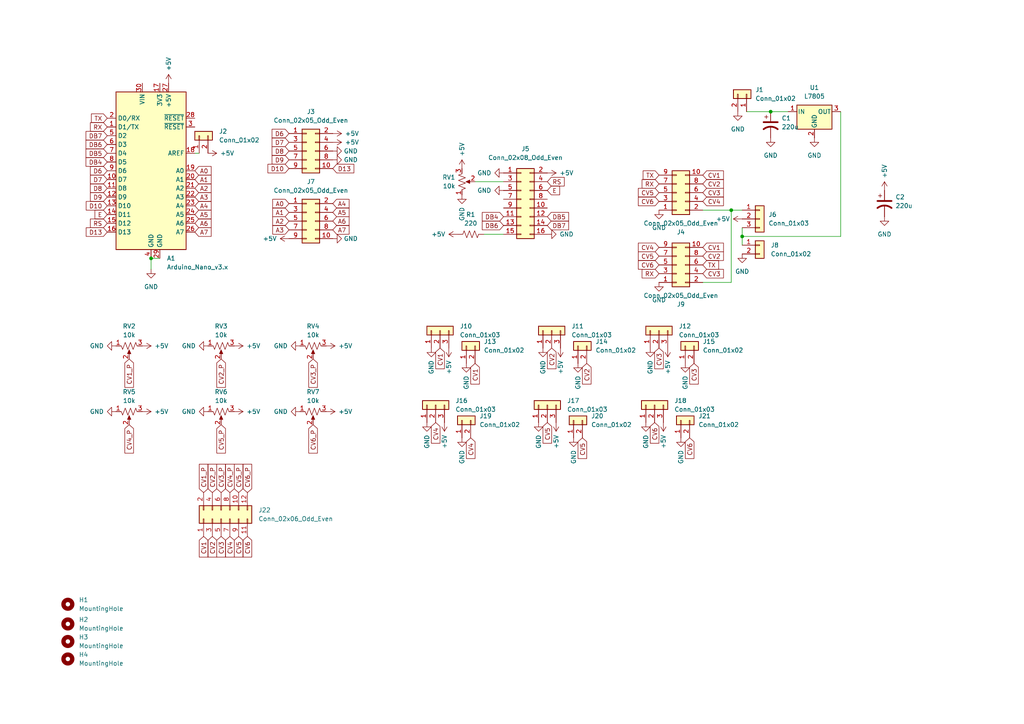
<source format=kicad_sch>
(kicad_sch (version 20211123) (generator eeschema)
  (paper "A4")
  (lib_symbols
    (symbol "Connector_Generic:Conn_01x02" (pin_names (offset 1.016) hide)
      (property "Reference" "J" (at 0 2.54 0))
      (property "Value" "Conn_01x02" (at 0 -5.08 0))
      (symbol "Conn_01x02_1_1"
        (rectangle (start -1.27 -2.413) (end 0 -2.667) (stroke (width 0.1524)))
        (rectangle (start -1.27 0.127) (end 0 -0.127) (stroke (width 0.1524)))
        (rectangle (start -1.27 1.27) (end 1.27 -3.81) (stroke (width 0.254)) (fill (type background)))
        (pin passive line (at -5.08 0 0) (length 3.81) (name "Pin_1") (number "1"))
        (pin passive line (at -5.08 -2.54 0) (length 3.81) (name "Pin_2") (number "2"))
      )
    )
    (symbol "Connector_Generic:Conn_01x03" (pin_names (offset 1.016) hide)
      (property "Reference" "J" (at 0 5.08 0))
      (property "Value" "Conn_01x03" (at 0 -5.08 0))
      (symbol "Conn_01x03_1_1"
        (rectangle (start -1.27 -2.413) (end 0 -2.667) (stroke (width 0.1524)))
        (rectangle (start -1.27 0.127) (end 0 -0.127) (stroke (width 0.1524)))
        (rectangle (start -1.27 2.667) (end 0 2.413) (stroke (width 0.1524)))
        (rectangle (start -1.27 3.81) (end 1.27 -3.81) (stroke (width 0.254)) (fill (type background)))
        (pin passive line (at -5.08 2.54 0) (length 3.81) (name "Pin_1") (number "1"))
        (pin passive line (at -5.08 0 0) (length 3.81) (name "Pin_2") (number "2"))
        (pin passive line (at -5.08 -2.54 0) (length 3.81) (name "Pin_3") (number "3"))
      )
    )
    (symbol "Connector_Generic:Conn_02x05_Odd_Even" (pin_names (offset 1.016) hide)
      (property "Reference" "J" (at 1.27 7.62 0))
      (property "Value" "Conn_02x05_Odd_Even" (at 1.27 -7.62 0))
      (symbol "Conn_02x05_Odd_Even_1_1"
        (rectangle (start -1.27 -4.953) (end 0 -5.207) (stroke (width 0.1524)))
        (rectangle (start -1.27 -2.413) (end 0 -2.667) (stroke (width 0.1524)))
        (rectangle (start -1.27 0.127) (end 0 -0.127) (stroke (width 0.1524)))
        (rectangle (start -1.27 2.667) (end 0 2.413) (stroke (width 0.1524)))
        (rectangle (start -1.27 5.207) (end 0 4.953) (stroke (width 0.1524)))
        (rectangle (start -1.27 6.35) (end 3.81 -6.35) (stroke (width 0.254)) (fill (type background)))
        (rectangle (start 3.81 -4.953) (end 2.54 -5.207) (stroke (width 0.1524)))
        (rectangle (start 3.81 -2.413) (end 2.54 -2.667) (stroke (width 0.1524)))
        (rectangle (start 3.81 0.127) (end 2.54 -0.127) (stroke (width 0.1524)))
        (rectangle (start 3.81 2.667) (end 2.54 2.413) (stroke (width 0.1524)))
        (rectangle (start 3.81 5.207) (end 2.54 4.953) (stroke (width 0.1524)))
        (pin passive line (at -5.08 5.08 0) (length 3.81) (name "Pin_1") (number "1"))
        (pin passive line (at 7.62 -5.08 180) (length 3.81) (name "Pin_10") (number "10"))
        (pin passive line (at 7.62 5.08 180) (length 3.81) (name "Pin_2") (number "2"))
        (pin passive line (at -5.08 2.54 0) (length 3.81) (name "Pin_3") (number "3"))
        (pin passive line (at 7.62 2.54 180) (length 3.81) (name "Pin_4") (number "4"))
        (pin passive line (at -5.08 0 0) (length 3.81) (name "Pin_5") (number "5"))
        (pin passive line (at 7.62 0 180) (length 3.81) (name "Pin_6") (number "6"))
        (pin passive line (at -5.08 -2.54 0) (length 3.81) (name "Pin_7") (number "7"))
        (pin passive line (at 7.62 -2.54 180) (length 3.81) (name "Pin_8") (number "8"))
        (pin passive line (at -5.08 -5.08 0) (length 3.81) (name "Pin_9") (number "9"))
      )
    )
    (symbol "Connector_Generic:Conn_02x06_Odd_Even" (pin_names (offset 1.016) hide)
      (property "Reference" "J" (at 1.27 7.62 0))
      (property "Value" "Conn_02x06_Odd_Even" (at 1.27 -10.16 0))
      (symbol "Conn_02x06_Odd_Even_1_1"
        (rectangle (start -1.27 -7.493) (end 0 -7.747) (stroke (width 0.1524)))
        (rectangle (start -1.27 -4.953) (end 0 -5.207) (stroke (width 0.1524)))
        (rectangle (start -1.27 -2.413) (end 0 -2.667) (stroke (width 0.1524)))
        (rectangle (start -1.27 0.127) (end 0 -0.127) (stroke (width 0.1524)))
        (rectangle (start -1.27 2.667) (end 0 2.413) (stroke (width 0.1524)))
        (rectangle (start -1.27 5.207) (end 0 4.953) (stroke (width 0.1524)))
        (rectangle (start -1.27 6.35) (end 3.81 -8.89) (stroke (width 0.254)) (fill (type background)))
        (rectangle (start 3.81 -7.493) (end 2.54 -7.747) (stroke (width 0.1524)))
        (rectangle (start 3.81 -4.953) (end 2.54 -5.207) (stroke (width 0.1524)))
        (rectangle (start 3.81 -2.413) (end 2.54 -2.667) (stroke (width 0.1524)))
        (rectangle (start 3.81 0.127) (end 2.54 -0.127) (stroke (width 0.1524)))
        (rectangle (start 3.81 2.667) (end 2.54 2.413) (stroke (width 0.1524)))
        (rectangle (start 3.81 5.207) (end 2.54 4.953) (stroke (width 0.1524)))
        (pin passive line (at -5.08 5.08 0) (length 3.81) (name "Pin_1") (number "1"))
        (pin passive line (at 7.62 -5.08 180) (length 3.81) (name "Pin_10") (number "10"))
        (pin passive line (at -5.08 -7.62 0) (length 3.81) (name "Pin_11") (number "11"))
        (pin passive line (at 7.62 -7.62 180) (length 3.81) (name "Pin_12") (number "12"))
        (pin passive line (at 7.62 5.08 180) (length 3.81) (name "Pin_2") (number "2"))
        (pin passive line (at -5.08 2.54 0) (length 3.81) (name "Pin_3") (number "3"))
        (pin passive line (at 7.62 2.54 180) (length 3.81) (name "Pin_4") (number "4"))
        (pin passive line (at -5.08 0 0) (length 3.81) (name "Pin_5") (number "5"))
        (pin passive line (at 7.62 0 180) (length 3.81) (name "Pin_6") (number "6"))
        (pin passive line (at -5.08 -2.54 0) (length 3.81) (name "Pin_7") (number "7"))
        (pin passive line (at 7.62 -2.54 180) (length 3.81) (name "Pin_8") (number "8"))
        (pin passive line (at -5.08 -5.08 0) (length 3.81) (name "Pin_9") (number "9"))
      )
    )
    (symbol "Connector_Generic:Conn_02x08_Odd_Even" (pin_names (offset 1.016) hide)
      (property "Reference" "J" (at 1.27 10.16 0))
      (property "Value" "Conn_02x08_Odd_Even" (at 1.27 -12.7 0))
      (symbol "Conn_02x08_Odd_Even_1_1"
        (rectangle (start -1.27 -10.033) (end 0 -10.287) (stroke (width 0.1524)))
        (rectangle (start -1.27 -7.493) (end 0 -7.747) (stroke (width 0.1524)))
        (rectangle (start -1.27 -4.953) (end 0 -5.207) (stroke (width 0.1524)))
        (rectangle (start -1.27 -2.413) (end 0 -2.667) (stroke (width 0.1524)))
        (rectangle (start -1.27 0.127) (end 0 -0.127) (stroke (width 0.1524)))
        (rectangle (start -1.27 2.667) (end 0 2.413) (stroke (width 0.1524)))
        (rectangle (start -1.27 5.207) (end 0 4.953) (stroke (width 0.1524)))
        (rectangle (start -1.27 7.747) (end 0 7.493) (stroke (width 0.1524)))
        (rectangle (start -1.27 8.89) (end 3.81 -11.43) (stroke (width 0.254)) (fill (type background)))
        (rectangle (start 3.81 -10.033) (end 2.54 -10.287) (stroke (width 0.1524)))
        (rectangle (start 3.81 -7.493) (end 2.54 -7.747) (stroke (width 0.1524)))
        (rectangle (start 3.81 -4.953) (end 2.54 -5.207) (stroke (width 0.1524)))
        (rectangle (start 3.81 -2.413) (end 2.54 -2.667) (stroke (width 0.1524)))
        (rectangle (start 3.81 0.127) (end 2.54 -0.127) (stroke (width 0.1524)))
        (rectangle (start 3.81 2.667) (end 2.54 2.413) (stroke (width 0.1524)))
        (rectangle (start 3.81 5.207) (end 2.54 4.953) (stroke (width 0.1524)))
        (rectangle (start 3.81 7.747) (end 2.54 7.493) (stroke (width 0.1524)))
        (pin passive line (at -5.08 7.62 0) (length 3.81) (name "Pin_1") (number "1"))
        (pin passive line (at 7.62 -2.54 180) (length 3.81) (name "Pin_10") (number "10"))
        (pin passive line (at -5.08 -5.08 0) (length 3.81) (name "Pin_11") (number "11"))
        (pin passive line (at 7.62 -5.08 180) (length 3.81) (name "Pin_12") (number "12"))
        (pin passive line (at -5.08 -7.62 0) (length 3.81) (name "Pin_13") (number "13"))
        (pin passive line (at 7.62 -7.62 180) (length 3.81) (name "Pin_14") (number "14"))
        (pin passive line (at -5.08 -10.16 0) (length 3.81) (name "Pin_15") (number "15"))
        (pin passive line (at 7.62 -10.16 180) (length 3.81) (name "Pin_16") (number "16"))
        (pin passive line (at 7.62 7.62 180) (length 3.81) (name "Pin_2") (number "2"))
        (pin passive line (at -5.08 5.08 0) (length 3.81) (name "Pin_3") (number "3"))
        (pin passive line (at 7.62 5.08 180) (length 3.81) (name "Pin_4") (number "4"))
        (pin passive line (at -5.08 2.54 0) (length 3.81) (name "Pin_5") (number "5"))
        (pin passive line (at 7.62 2.54 180) (length 3.81) (name "Pin_6") (number "6"))
        (pin passive line (at -5.08 0 0) (length 3.81) (name "Pin_7") (number "7"))
        (pin passive line (at 7.62 0 180) (length 3.81) (name "Pin_8") (number "8"))
        (pin passive line (at -5.08 -2.54 0) (length 3.81) (name "Pin_9") (number "9"))
      )
    )
    (symbol "Device:C_Polarized_US" (pin_numbers hide) (pin_names (offset 0.254) hide)
      (property "Reference" "C" (at 0.635 2.54 0))
      (property "Value" "C_Polarized_US" (at 0.635 -2.54 0))
      (symbol "C_Polarized_US_0_1"
        (polyline (pts (xy -2.032 0.762) (xy 2.032 0.762)) (stroke (width 0.508)))
        (polyline (pts (xy -1.778 2.286) (xy -0.762 2.286)))
        (polyline (pts (xy -1.27 1.778) (xy -1.27 2.794)))
        (arc (start 2.032 -1.27) (mid 0 -0.5572) (end -2.032 -1.27) (stroke (width 0.508)))
      )
      (symbol "C_Polarized_US_1_1"
        (pin passive line (at 0 3.81 270) (length 2.794) (name "~") (number "1"))
        (pin passive line (at 0 -3.81 90) (length 3.302) (name "~") (number "2"))
      )
    )
    (symbol "Device:R_Potentiometer_US" (pin_names (offset 1.016) hide)
      (property "Reference" "RV" (at -4.445 0 90))
      (property "Value" "R_Potentiometer_US" (at -2.54 0 90))
      (symbol "R_Potentiometer_US_0_1"
        (polyline (pts (xy 0 -2.286) (xy 0 -2.54)))
        (polyline (pts (xy 0 2.54) (xy 0 2.286)))
        (polyline (pts (xy 2.54 0) (xy 1.524 0)))
        (polyline (pts (xy 1.143 0) (xy 2.286 0.508) (xy 2.286 -0.508) (xy 1.143 0)) (fill (type outline)))
        (polyline (pts (xy 0 -0.762) (xy 1.016 -1.143) (xy 0 -1.524) (xy -1.016 -1.905) (xy 0 -2.286)))
        (polyline (pts (xy 0 0.762) (xy 1.016 0.381) (xy 0 0) (xy -1.016 -0.381) (xy 0 -0.762)))
        (polyline (pts (xy 0 2.286) (xy 1.016 1.905) (xy 0 1.524) (xy -1.016 1.143) (xy 0 0.762)))
      )
      (symbol "R_Potentiometer_US_1_1"
        (pin passive line (at 0 3.81 270) (length 1.27) (name "1") (number "1"))
        (pin passive line (at 3.81 0 180) (length 1.27) (name "2") (number "2"))
        (pin passive line (at 0 -3.81 90) (length 1.27) (name "3") (number "3"))
      )
    )
    (symbol "Device:R_US" (pin_numbers hide) (pin_names (offset 0))
      (property "Reference" "R" (at 2.54 0 90))
      (property "Value" "R_US" (at -2.54 0 90))
      (symbol "R_US_0_1"
        (polyline (pts (xy 0 -2.286) (xy 0 -2.54)))
        (polyline (pts (xy 0 2.286) (xy 0 2.54)))
        (polyline (pts (xy 0 -0.762) (xy 1.016 -1.143) (xy 0 -1.524) (xy -1.016 -1.905) (xy 0 -2.286)))
        (polyline (pts (xy 0 0.762) (xy 1.016 0.381) (xy 0 0) (xy -1.016 -0.381) (xy 0 -0.762)))
        (polyline (pts (xy 0 2.286) (xy 1.016 1.905) (xy 0 1.524) (xy -1.016 1.143) (xy 0 0.762)))
      )
      (symbol "R_US_1_1"
        (pin passive line (at 0 3.81 270) (length 1.27) (name "~") (number "1"))
        (pin passive line (at 0 -3.81 90) (length 1.27) (name "~") (number "2"))
      )
    )
    (symbol "MCU_Module:Arduino_Nano_v3.x"
      (property "Reference" "A" (at -10.16 23.495 0))
      (property "Value" "Arduino_Nano_v3.x" (at 5.08 -24.13 0))
      (symbol "Arduino_Nano_v3.x_0_1"
        (rectangle (start -10.16 22.86) (end 10.16 -22.86) (stroke (width 0.254)) (fill (type background)))
      )
      (symbol "Arduino_Nano_v3.x_1_1"
        (pin bidirectional line (at -12.7 12.7 0) (length 2.54) (name "D1/TX") (number "1"))
        (pin bidirectional line (at -12.7 -2.54 0) (length 2.54) (name "D7") (number "10"))
        (pin bidirectional line (at -12.7 -5.08 0) (length 2.54) (name "D8") (number "11"))
        (pin bidirectional line (at -12.7 -7.62 0) (length 2.54) (name "D9") (number "12"))
        (pin bidirectional line (at -12.7 -10.16 0) (length 2.54) (name "D10") (number "13"))
        (pin bidirectional line (at -12.7 -12.7 0) (length 2.54) (name "D11") (number "14"))
        (pin bidirectional line (at -12.7 -15.24 0) (length 2.54) (name "D12") (number "15"))
        (pin bidirectional line (at -12.7 -17.78 0) (length 2.54) (name "D13") (number "16"))
        (pin power_out line (at 2.54 25.4 270) (length 2.54) (name "3V3") (number "17"))
        (pin input line (at 12.7 5.08 180) (length 2.54) (name "AREF") (number "18"))
        (pin bidirectional line (at 12.7 0 180) (length 2.54) (name "A0") (number "19"))
        (pin bidirectional line (at -12.7 15.24 0) (length 2.54) (name "D0/RX") (number "2"))
        (pin bidirectional line (at 12.7 -2.54 180) (length 2.54) (name "A1") (number "20"))
        (pin bidirectional line (at 12.7 -5.08 180) (length 2.54) (name "A2") (number "21"))
        (pin bidirectional line (at 12.7 -7.62 180) (length 2.54) (name "A3") (number "22"))
        (pin bidirectional line (at 12.7 -10.16 180) (length 2.54) (name "A4") (number "23"))
        (pin bidirectional line (at 12.7 -12.7 180) (length 2.54) (name "A5") (number "24"))
        (pin bidirectional line (at 12.7 -15.24 180) (length 2.54) (name "A6") (number "25"))
        (pin bidirectional line (at 12.7 -17.78 180) (length 2.54) (name "A7") (number "26"))
        (pin power_out line (at 5.08 25.4 270) (length 2.54) (name "+5V") (number "27"))
        (pin input line (at 12.7 15.24 180) (length 2.54) (name "~{RESET}") (number "28"))
        (pin power_in line (at 2.54 -25.4 90) (length 2.54) (name "GND") (number "29"))
        (pin input line (at 12.7 12.7 180) (length 2.54) (name "~{RESET}") (number "3"))
        (pin power_in line (at -2.54 25.4 270) (length 2.54) (name "VIN") (number "30"))
        (pin power_in line (at 0 -25.4 90) (length 2.54) (name "GND") (number "4"))
        (pin bidirectional line (at -12.7 10.16 0) (length 2.54) (name "D2") (number "5"))
        (pin bidirectional line (at -12.7 7.62 0) (length 2.54) (name "D3") (number "6"))
        (pin bidirectional line (at -12.7 5.08 0) (length 2.54) (name "D4") (number "7"))
        (pin bidirectional line (at -12.7 2.54 0) (length 2.54) (name "D5") (number "8"))
        (pin bidirectional line (at -12.7 0 0) (length 2.54) (name "D6") (number "9"))
      )
    )
    (symbol "Mechanical:MountingHole" (pin_names (offset 1.016))
      (property "Reference" "H" (at 0 5.08 0))
      (property "Value" "MountingHole" (at 0 3.175 0))
      (symbol "MountingHole_0_1"
        (circle (center 0 0) (radius 1.27) (stroke (width 1.27)))
      )
    )
    (symbol "Regulator_Linear:L7805" (pin_names (offset 0.254))
      (property "Reference" "U" (at -3.81 3.175 0))
      (property "Value" "L7805" (at 0 3.175 0))
      (symbol "L7805_0_1"
        (rectangle (start -5.08 1.905) (end 5.08 -5.08) (stroke (width 0.254)) (fill (type background)))
      )
      (symbol "L7805_1_1"
        (pin power_in line (at -7.62 0 0) (length 2.54) (name "IN") (number "1"))
        (pin power_in line (at 0 -7.62 90) (length 2.54) (name "GND") (number "2"))
        (pin power_out line (at 7.62 0 180) (length 2.54) (name "OUT") (number "3"))
      )
    )
    (symbol "power:+5V" (power) (pin_names (offset 0))
      (property "Value" "+5V" (at 0 3.556 0))
      (symbol "+5V_0_1"
        (polyline (pts (xy -0.762 1.27) (xy 0 2.54)))
        (polyline (pts (xy 0 0) (xy 0 2.54)))
        (polyline (pts (xy 0 2.54) (xy 0.762 1.27)))
      )
      (symbol "+5V_1_1"
        (pin power_in line (at 0 0 90) (length 0) hide (name "+5V") (number "1"))
      )
    )
    (symbol "power:GND" (power) (pin_names (offset 0))
      (property "Value" "GND" (at 0 -3.81 0))
      (symbol "GND_0_1"
        (polyline (pts (xy 0 0) (xy 0 -1.27) (xy 1.27 -1.27) (xy 0 -2.54) (xy -1.27 -1.27) (xy 0 -1.27)))
      )
      (symbol "GND_1_1"
        (pin power_in line (at 0 0 270) (length 0) hide (name "GND") (number "1"))
      )
    )
  )
  (junction (at 212.09 60.96))
  (junction (at 215.265 68.58))
  (junction (at 223.52 32.385))
  (junction (at 43.815 74.93))
  (wire (pts (xy 212.09 60.96) (xy 215.265 60.96)))
  (wire (pts (xy 216.535 32.385) (xy 223.52 32.385)))
  (wire (pts (xy 215.265 66.04) (xy 215.265 68.58)))
  (wire (pts (xy 223.52 32.385) (xy 228.6 32.385)))
  (wire (pts (xy 212.09 81.915) (xy 212.09 60.96)))
  (wire (pts (xy 203.835 81.915) (xy 212.09 81.915)))
  (wire (pts (xy 243.84 32.385) (xy 243.84 68.58)))
  (wire (pts (xy 243.84 68.58) (xy 215.265 68.58)))
  (wire (pts (xy 137.795 52.705) (xy 146.05 52.705)))
  (wire (pts (xy 43.815 74.93) (xy 46.355 74.93)))
  (wire (pts (xy 43.815 74.93) (xy 43.815 78.105)))
  (wire (pts (xy 140.335 67.945) (xy 146.05 67.945)))
  (wire (pts (xy 215.265 68.58) (xy 215.265 71.12)))
  (wire (pts (xy 57.785 44.45) (xy 56.515 44.45)))
  (wire (pts (xy 203.835 60.96) (xy 212.09 60.96)))
  (global_label "CV5" (shape input) (at 69.215 155.575 270) (property "Intersheet References" "${INTERSHEET_REFS}" (effects hide)))
  (global_label "E" (shape input) (at 31.115 62.23 180) (property "Intersheet References" "${INTERSHEET_REFS}" (effects hide)))
  (global_label "DB7" (shape input) (at 31.115 39.37 180) (property "Intersheet References" "${INTERSHEET_REFS}" (effects hide)))
  (global_label "D9" (shape input) (at 31.115 57.15 180) (property "Intersheet References" "${INTERSHEET_REFS}" (effects hide)))
  (global_label "D8" (shape input) (at 83.82 43.815 180) (property "Intersheet References" "${INTERSHEET_REFS}" (effects hide)))
  (global_label "A2" (shape input) (at 56.515 54.61 0) (property "Intersheet References" "${INTERSHEET_REFS}" (effects hide)))
  (global_label "CV6" (shape input) (at 200.025 127 270) (property "Intersheet References" "${INTERSHEET_REFS}" (effects hide)))
  (global_label "CV4" (shape input) (at 203.835 58.42 0) (property "Intersheet References" "${INTERSHEET_REFS}" (effects hide)))
  (global_label "TX" (shape input) (at 191.135 50.8 180) (property "Intersheet References" "${INTERSHEET_REFS}" (effects hide)))
  (global_label "DB5" (shape input) (at 31.115 44.45 180) (property "Intersheet References" "${INTERSHEET_REFS}" (effects hide)))
  (global_label "CV2" (shape input) (at 61.595 155.575 270) (property "Intersheet References" "${INTERSHEET_REFS}" (effects hide)))
  (global_label "D7" (shape input) (at 31.115 52.07 180) (property "Intersheet References" "${INTERSHEET_REFS}" (effects hide)))
  (global_label "A1" (shape input) (at 83.82 61.595 180) (property "Intersheet References" "${INTERSHEET_REFS}" (effects hide)))
  (global_label "D8" (shape input) (at 31.115 54.61 180) (property "Intersheet References" "${INTERSHEET_REFS}" (effects hide)))
  (global_label "DB6" (shape input) (at 146.05 65.405 180) (property "Intersheet References" "${INTERSHEET_REFS}" (effects hide)))
  (global_label "CV6" (shape input) (at 189.865 122.555 270) (property "Intersheet References" "${INTERSHEET_REFS}" (effects hide)))
  (global_label "CV6" (shape input) (at 191.135 58.42 180) (property "Intersheet References" "${INTERSHEET_REFS}" (effects hide)))
  (global_label "A5" (shape input) (at 96.52 61.595 0) (property "Intersheet References" "${INTERSHEET_REFS}" (effects hide)))
  (global_label "CV2_P" (shape input) (at 61.595 142.875 90) (property "Intersheet References" "${INTERSHEET_REFS}" (effects hide)))
  (global_label "D13" (shape input) (at 31.115 67.31 180) (property "Intersheet References" "${INTERSHEET_REFS}" (effects hide)))
  (global_label "CV3" (shape input) (at 64.135 155.575 270) (property "Intersheet References" "${INTERSHEET_REFS}" (effects hide)))
  (global_label "CV2" (shape input) (at 160.02 100.965 270) (property "Intersheet References" "${INTERSHEET_REFS}" (effects hide)))
  (global_label "RS" (shape input) (at 31.115 64.77 180) (property "Intersheet References" "${INTERSHEET_REFS}" (effects hide)))
  (global_label "CV6_P" (shape input) (at 90.805 123.19 270) (property "Intersheet References" "${INTERSHEET_REFS}" (effects hide)))
  (global_label "CV3" (shape input) (at 191.135 100.965 270) (property "Intersheet References" "${INTERSHEET_REFS}" (effects hide)))
  (global_label "CV3" (shape input) (at 203.835 55.88 0) (property "Intersheet References" "${INTERSHEET_REFS}" (effects hide)))
  (global_label "CV5_P" (shape input) (at 69.215 142.875 90) (property "Intersheet References" "${INTERSHEET_REFS}" (effects hide)))
  (global_label "A7" (shape input) (at 56.515 67.31 0) (property "Intersheet References" "${INTERSHEET_REFS}" (effects hide)))
  (global_label "CV4_P" (shape input) (at 66.675 142.875 90) (property "Intersheet References" "${INTERSHEET_REFS}" (effects hide)))
  (global_label "E" (shape input) (at 158.75 55.245 0) (property "Intersheet References" "${INTERSHEET_REFS}" (effects hide)))
  (global_label "CV2" (shape input) (at 170.18 105.41 270) (property "Intersheet References" "${INTERSHEET_REFS}" (effects hide)))
  (global_label "D6" (shape input) (at 83.82 38.735 180) (property "Intersheet References" "${INTERSHEET_REFS}" (effects hide)))
  (global_label "DB4" (shape input) (at 31.115 46.99 180) (property "Intersheet References" "${INTERSHEET_REFS}" (effects hide)))
  (global_label "CV3_P" (shape input) (at 64.135 142.875 90) (property "Intersheet References" "${INTERSHEET_REFS}" (effects hide)))
  (global_label "CV5" (shape input) (at 191.135 55.88 180) (property "Intersheet References" "${INTERSHEET_REFS}" (effects hide)))
  (global_label "D13" (shape input) (at 96.52 48.895 0) (property "Intersheet References" "${INTERSHEET_REFS}" (effects hide)))
  (global_label "TX" (shape input) (at 203.835 76.835 0) (property "Intersheet References" "${INTERSHEET_REFS}" (effects hide)))
  (global_label "CV2" (shape input) (at 203.835 74.295 0) (property "Intersheet References" "${INTERSHEET_REFS}" (effects hide)))
  (global_label "RS" (shape input) (at 158.75 52.705 0) (property "Intersheet References" "${INTERSHEET_REFS}" (effects hide)))
  (global_label "RX" (shape input) (at 31.115 36.83 180) (property "Intersheet References" "${INTERSHEET_REFS}" (effects hide)))
  (global_label "CV4" (shape input) (at 66.675 155.575 270) (property "Intersheet References" "${INTERSHEET_REFS}" (effects hide)))
  (global_label "A1" (shape input) (at 56.515 52.07 0) (property "Intersheet References" "${INTERSHEET_REFS}" (effects hide)))
  (global_label "DB5" (shape input) (at 158.75 62.865 0) (property "Intersheet References" "${INTERSHEET_REFS}" (effects hide)))
  (global_label "CV3_P" (shape input) (at 90.805 104.14 270) (property "Intersheet References" "${INTERSHEET_REFS}" (effects hide)))
  (global_label "A6" (shape input) (at 56.515 64.77 0) (property "Intersheet References" "${INTERSHEET_REFS}" (effects hide)))
  (global_label "DB7" (shape input) (at 158.75 65.405 0) (property "Intersheet References" "${INTERSHEET_REFS}" (effects hide)))
  (global_label "A2" (shape input) (at 83.82 64.135 180) (property "Intersheet References" "${INTERSHEET_REFS}" (effects hide)))
  (global_label "CV2_P" (shape input) (at 64.135 104.14 270) (property "Intersheet References" "${INTERSHEET_REFS}" (effects hide)))
  (global_label "CV5" (shape input) (at 168.91 127 270) (property "Intersheet References" "${INTERSHEET_REFS}" (effects hide)))
  (global_label "A3" (shape input) (at 83.82 66.675 180) (property "Intersheet References" "${INTERSHEET_REFS}" (effects hide)))
  (global_label "DB6" (shape input) (at 31.115 41.91 180) (property "Intersheet References" "${INTERSHEET_REFS}" (effects hide)))
  (global_label "DB4" (shape input) (at 146.05 62.865 180) (property "Intersheet References" "${INTERSHEET_REFS}" (effects hide)))
  (global_label "A5" (shape input) (at 56.515 62.23 0) (property "Intersheet References" "${INTERSHEET_REFS}" (effects hide)))
  (global_label "CV4" (shape input) (at 136.525 127 270) (property "Intersheet References" "${INTERSHEET_REFS}" (effects hide)))
  (global_label "A4" (shape input) (at 56.515 59.69 0) (property "Intersheet References" "${INTERSHEET_REFS}" (effects hide)))
  (global_label "A0" (shape input) (at 56.515 49.53 0) (property "Intersheet References" "${INTERSHEET_REFS}" (effects hide)))
  (global_label "CV4" (shape input) (at 126.365 122.555 270) (property "Intersheet References" "${INTERSHEET_REFS}" (effects hide)))
  (global_label "CV1" (shape input) (at 127.635 100.965 270) (property "Intersheet References" "${INTERSHEET_REFS}" (effects hide)))
  (global_label "CV5_P" (shape input) (at 64.135 123.19 270) (property "Intersheet References" "${INTERSHEET_REFS}" (effects hide)))
  (global_label "RX" (shape input) (at 191.135 53.34 180) (property "Intersheet References" "${INTERSHEET_REFS}" (effects hide)))
  (global_label "CV6" (shape input) (at 191.135 76.835 180) (property "Intersheet References" "${INTERSHEET_REFS}" (effects hide)))
  (global_label "RX" (shape input) (at 191.135 79.375 180) (property "Intersheet References" "${INTERSHEET_REFS}" (effects hide)))
  (global_label "D7" (shape input) (at 83.82 41.275 180) (property "Intersheet References" "${INTERSHEET_REFS}" (effects hide)))
  (global_label "A6" (shape input) (at 96.52 64.135 0) (property "Intersheet References" "${INTERSHEET_REFS}" (effects hide)))
  (global_label "CV4" (shape input) (at 191.135 71.755 180) (property "Intersheet References" "${INTERSHEET_REFS}" (effects hide)))
  (global_label "CV6_P" (shape input) (at 71.755 142.875 90) (property "Intersheet References" "${INTERSHEET_REFS}" (effects hide)))
  (global_label "CV1" (shape input) (at 203.835 71.755 0) (property "Intersheet References" "${INTERSHEET_REFS}" (effects hide)))
  (global_label "CV1_P" (shape input) (at 59.055 142.875 90) (property "Intersheet References" "${INTERSHEET_REFS}" (effects hide)))
  (global_label "D10" (shape input) (at 83.82 48.895 180) (property "Intersheet References" "${INTERSHEET_REFS}" (effects hide)))
  (global_label "A7" (shape input) (at 96.52 66.675 0) (property "Intersheet References" "${INTERSHEET_REFS}" (effects hide)))
  (global_label "A3" (shape input) (at 56.515 57.15 0) (property "Intersheet References" "${INTERSHEET_REFS}" (effects hide)))
  (global_label "A0" (shape input) (at 83.82 59.055 180) (property "Intersheet References" "${INTERSHEET_REFS}" (effects hide)))
  (global_label "D10" (shape input) (at 31.115 59.69 180) (property "Intersheet References" "${INTERSHEET_REFS}" (effects hide)))
  (global_label "D6" (shape input) (at 31.115 49.53 180) (property "Intersheet References" "${INTERSHEET_REFS}" (effects hide)))
  (global_label "CV5" (shape input) (at 158.75 122.555 270) (property "Intersheet References" "${INTERSHEET_REFS}" (effects hide)))
  (global_label "TX" (shape input) (at 31.115 34.29 180) (property "Intersheet References" "${INTERSHEET_REFS}" (effects hide)))
  (global_label "CV1" (shape input) (at 137.795 105.41 270) (property "Intersheet References" "${INTERSHEET_REFS}" (effects hide)))
  (global_label "CV1" (shape input) (at 203.835 50.8 0) (property "Intersheet References" "${INTERSHEET_REFS}" (effects hide)))
  (global_label "CV6" (shape input) (at 71.755 155.575 270) (property "Intersheet References" "${INTERSHEET_REFS}" (effects hide)))
  (global_label "CV3" (shape input) (at 201.295 105.41 270) (property "Intersheet References" "${INTERSHEET_REFS}" (effects hide)))
  (global_label "CV1" (shape input) (at 59.055 155.575 270) (property "Intersheet References" "${INTERSHEET_REFS}" (effects hide)))
  (global_label "CV5" (shape input) (at 191.135 74.295 180) (property "Intersheet References" "${INTERSHEET_REFS}" (effects hide)))
  (global_label "CV3" (shape input) (at 203.835 79.375 0) (property "Intersheet References" "${INTERSHEET_REFS}" (effects hide)))
  (global_label "A4" (shape input) (at 96.52 59.055 0) (property "Intersheet References" "${INTERSHEET_REFS}" (effects hide)))
  (global_label "CV2" (shape input) (at 203.835 53.34 0) (property "Intersheet References" "${INTERSHEET_REFS}" (effects hide)))
  (global_label "CV4_P" (shape input) (at 37.465 123.19 270) (property "Intersheet References" "${INTERSHEET_REFS}" (effects hide)))
  (global_label "CV1_P" (shape input) (at 37.465 104.14 270) (property "Intersheet References" "${INTERSHEET_REFS}" (effects hide)))
  (global_label "D9" (shape input) (at 83.82 46.355 180) (property "Intersheet References" "${INTERSHEET_REFS}" (effects hide)))
  (symbol (lib_id "Mechanical:MountingHole") (at 19.685 175.26 0) (unit 1)
    (property "Reference" "H1" (at 22.86 173.9899 0) (effects (justify left)))
    (property "Value" "MountingHole" (at 22.86 176.5299 0) (effects (justify left)))
    (property "Footprint" "MountingHole:MountingHole_3.2mm_M3" (effects hide))
  )
  (symbol (lib_id "power:+5V") (at 67.945 100.33 270) (unit 1)
    (property "Reference" "#PWR029" (effects hide))
    (property "Value" "+5V" (at 75.565 100.33 90) (effects (justify right)))
  )
  (symbol (lib_id "power:+5V") (at 128.905 122.555 180) (unit 1)
    (property "Reference" "#PWR048" (effects hide))
    (property "Value" "+5V" (at 128.905 130.175 90) (effects (justify right)))
  )
  (symbol (lib_id "Connector_Generic:Conn_01x03") (at 127.635 95.885 90) (unit 1)
    (property "Reference" "J10" (at 133.35 94.6149 90) (effects (justify right)))
    (property "Value" "Conn_01x03" (at 133.35 97.1549 90) (effects (justify right)))
    (property "Footprint" "Connector_JST:JST_XH_B3B-XH-A_1x03_P2.50mm_Vertical" (effects hide))
  )
  (symbol (lib_id "power:GND") (at 43.815 78.105 0) (unit 1)
    (property "Reference" "#PWR024" (effects hide))
    (property "Value" "GND" (at 43.815 83.185 0))
  )
  (symbol (lib_id "power:+5V") (at 193.675 100.965 180) (unit 1)
    (property "Reference" "#PWR037" (effects hide))
    (property "Value" "+5V" (at 193.675 108.585 90) (effects (justify right)))
  )
  (symbol (lib_id "Device:R_Potentiometer_US") (at 64.135 100.33 90) (mirror x) (unit 1)
    (property "Reference" "RV3" (at 64.135 94.615 90))
    (property "Value" "10k" (at 64.135 97.155 90))
    (property "Footprint" "Potentiometer_THT:Potentiometer_Bourns_3386P_Vertical" (effects hide))
  )
  (symbol (lib_id "power:GND") (at 213.995 32.385 0) (unit 1)
    (property "Reference" "#PWR02" (effects hide))
    (property "Value" "GND" (at 213.995 37.465 0))
  )
  (symbol (lib_id "power:+5V") (at 94.615 100.33 270) (unit 1)
    (property "Reference" "#PWR031" (effects hide))
    (property "Value" "+5V" (at 102.235 100.33 90) (effects (justify right)))
  )
  (symbol (lib_id "power:GND") (at 157.48 100.965 0) (unit 1)
    (property "Reference" "#PWR034" (effects hide))
    (property "Value" "GND" (at 157.48 108.585 90) (effects (justify left)))
  )
  (symbol (lib_id "power:GND") (at 188.595 100.965 0) (unit 1)
    (property "Reference" "#PWR036" (effects hide))
    (property "Value" "GND" (at 188.595 108.585 90) (effects (justify left)))
  )
  (symbol (lib_id "power:GND") (at 146.05 55.245 270) (unit 1)
    (property "Reference" "#PWR013" (effects hide))
    (property "Value" "GND" (at 138.43 55.245 90) (effects (justify left)))
  )
  (symbol (lib_id "power:+5V") (at 67.945 119.38 270) (unit 1)
    (property "Reference" "#PWR044" (effects hide))
    (property "Value" "+5V" (at 75.565 119.38 90) (effects (justify right)))
  )
  (symbol (lib_id "Connector_Generic:Conn_01x02") (at 167.64 100.33 90) (unit 1)
    (property "Reference" "J14" (at 172.72 99.0599 90) (effects (justify right)))
    (property "Value" "Conn_01x02" (at 172.72 101.5999 90) (effects (justify right)))
    (property "Footprint" "Connector_JST:JST_XH_B2B-XH-A_1x02_P2.50mm_Vertical" (effects hide))
  )
  (symbol (lib_id "power:GND") (at 191.135 60.96 0) (unit 1)
    (property "Reference" "#PWR016" (effects hide))
    (property "Value" "GND" (at 191.135 66.04 0))
  )
  (symbol (lib_id "power:+5V") (at 132.715 67.945 90) (unit 1)
    (property "Reference" "#PWR019" (effects hide))
    (property "Value" "+5V" (at 125.095 67.945 90) (effects (justify right)))
  )
  (symbol (lib_id "Device:C_Polarized_US") (at 223.52 36.195 0) (unit 1)
    (property "Reference" "C1" (at 226.695 34.2899 0) (effects (justify left)))
    (property "Value" "220u" (at 226.695 36.8299 0) (effects (justify left)))
    (property "Footprint" "Capacitor_THT:CP_Radial_D10.0mm_P5.00mm" (effects hide))
  )
  (symbol (lib_id "power:GND") (at 156.21 122.555 0) (unit 1)
    (property "Reference" "#PWR049" (effects hide))
    (property "Value" "GND" (at 156.21 130.175 90) (effects (justify left)))
  )
  (symbol (lib_id "power:+5V") (at 130.175 100.965 180) (unit 1)
    (property "Reference" "#PWR033" (effects hide))
    (property "Value" "+5V" (at 130.175 108.585 90) (effects (justify right)))
  )
  (symbol (lib_id "power:GND") (at 86.995 119.38 270) (unit 1)
    (property "Reference" "#PWR045" (effects hide))
    (property "Value" "GND" (at 79.375 119.38 90) (effects (justify left)))
  )
  (symbol (lib_id "Connector_Generic:Conn_01x03") (at 126.365 117.475 90) (unit 1)
    (property "Reference" "J16" (at 132.08 116.2049 90) (effects (justify right)))
    (property "Value" "Conn_01x03" (at 132.08 118.7449 90) (effects (justify right)))
    (property "Footprint" "Connector_JST:JST_XH_B3B-XH-A_1x03_P2.50mm_Vertical" (effects hide))
  )
  (symbol (lib_id "power:+5V") (at 94.615 119.38 270) (unit 1)
    (property "Reference" "#PWR046" (effects hide))
    (property "Value" "+5V" (at 102.235 119.38 90) (effects (justify right)))
  )
  (symbol (lib_id "power:GND") (at 125.095 100.965 0) (unit 1)
    (property "Reference" "#PWR032" (effects hide))
    (property "Value" "GND" (at 125.095 108.585 90) (effects (justify left)))
  )
  (symbol (lib_id "Connector_Generic:Conn_01x03") (at 189.865 117.475 90) (unit 1)
    (property "Reference" "J18" (at 195.58 116.2049 90) (effects (justify right)))
    (property "Value" "Conn_01x03" (at 195.58 118.7449 90) (effects (justify right)))
    (property "Footprint" "Connector_JST:JST_XH_B3B-XH-A_1x03_P2.50mm_Vertical" (effects hide))
  )
  (symbol (lib_id "power:GND") (at 86.995 100.33 270) (unit 1)
    (property "Reference" "#PWR030" (effects hide))
    (property "Value" "GND" (at 79.375 100.33 90) (effects (justify left)))
  )
  (symbol (lib_id "power:+5V") (at 192.405 122.555 180) (unit 1)
    (property "Reference" "#PWR052" (effects hide))
    (property "Value" "+5V" (at 192.405 130.175 90) (effects (justify right)))
  )
  (symbol (lib_id "power:GND") (at 96.52 69.215 90) (unit 1)
    (property "Reference" "#PWR022" (effects hide))
    (property "Value" "GND" (at 99.695 69.2149 90) (effects (justify right)))
  )
  (symbol (lib_id "Connector_Generic:Conn_01x02") (at 57.785 39.37 90) (unit 1)
    (property "Reference" "J2" (at 63.5 38.0999 90) (effects (justify right)))
    (property "Value" "Conn_01x02" (at 63.5 40.6399 90) (effects (justify right)))
    (property "Footprint" "Connector_PinHeader_2.54mm:PinHeader_1x02_P2.54mm_Vertical" (effects hide))
  )
  (symbol (lib_id "power:GND") (at 215.265 73.66 0) (unit 1)
    (property "Reference" "#PWR023" (effects hide))
    (property "Value" "GND" (at 215.265 78.74 0))
  )
  (symbol (lib_id "Mechanical:MountingHole") (at 19.685 180.975 0) (unit 1)
    (property "Reference" "H2" (at 22.86 179.7049 0) (effects (justify left)))
    (property "Value" "MountingHole" (at 22.86 182.2449 0) (effects (justify left)))
    (property "Footprint" "MountingHole:MountingHole_3.2mm_M3" (effects hide))
  )
  (symbol (lib_id "Device:R_Potentiometer_US") (at 90.805 119.38 90) (mirror x) (unit 1)
    (property "Reference" "RV7" (at 90.805 113.665 90))
    (property "Value" "10k" (at 90.805 116.205 90))
    (property "Footprint" "Potentiometer_THT:Potentiometer_Bourns_3386P_Vertical" (effects hide))
  )
  (symbol (lib_id "power:GND") (at 96.52 43.815 90) (unit 1)
    (property "Reference" "#PWR07" (effects hide))
    (property "Value" "GND" (at 99.695 43.8149 90) (effects (justify right)))
  )
  (symbol (lib_id "power:GND") (at 236.22 40.005 0) (unit 1)
    (property "Reference" "#PWR05" (effects hide))
    (property "Value" "GND" (at 236.22 45.085 0))
  )
  (symbol (lib_id "power:GND") (at 198.755 105.41 0) (unit 1)
    (property "Reference" "#PWR040" (effects hide))
    (property "Value" "GND" (at 198.755 113.03 90) (effects (justify left)))
  )
  (symbol (lib_id "Device:R_Potentiometer_US") (at 133.985 52.705 0) (mirror x) (unit 1)
    (property "Reference" "RV1" (at 132.08 51.4349 0) (effects (justify right)))
    (property "Value" "10k" (at 132.08 53.9749 0) (effects (justify right)))
    (property "Footprint" "Potentiometer_THT:Potentiometer_Bourns_3386P_Vertical" (effects hide))
  )
  (symbol (lib_id "power:+5V") (at 41.275 100.33 270) (unit 1)
    (property "Reference" "#PWR027" (effects hide))
    (property "Value" "+5V" (at 48.895 100.33 90) (effects (justify right)))
  )
  (symbol (lib_id "MCU_Module:Arduino_Nano_v3.x") (at 43.815 49.53 0) (unit 1)
    (property "Reference" "A1" (at 48.3744 74.93 0) (effects (justify left)))
    (property "Value" "Arduino_Nano_v3.x" (at 48.3744 77.47 0) (effects (justify left)))
    (property "Footprint" "Module:Arduino_Nano" (effects hide))
    (property "Datasheet" "http://www.mouser.com/pdfdocs/Gravitech_Arduino_Nano3_0.pdf" (effects hide))
  )
  (symbol (lib_id "power:+5V") (at 60.325 44.45 270) (unit 1)
    (property "Reference" "#PWR08" (effects hide))
    (property "Value" "+5V" (at 67.945 44.45 90) (effects (justify right)))
  )
  (symbol (lib_id "power:+5V") (at 48.895 24.13 0) (unit 1)
    (property "Reference" "#PWR01" (effects hide))
    (property "Value" "+5V" (at 48.895 16.51 90) (effects (justify right)))
  )
  (symbol (lib_id "power:GND") (at 123.825 122.555 0) (unit 1)
    (property "Reference" "#PWR047" (effects hide))
    (property "Value" "GND" (at 123.825 130.175 90) (effects (justify left)))
  )
  (symbol (lib_id "power:GND") (at 167.64 105.41 0) (unit 1)
    (property "Reference" "#PWR039" (effects hide))
    (property "Value" "GND" (at 167.64 113.03 90) (effects (justify left)))
  )
  (symbol (lib_id "Connector_Generic:Conn_01x03") (at 220.345 63.5 0) (unit 1)
    (property "Reference" "J6" (at 222.885 62.2299 0) (effects (justify left)))
    (property "Value" "Conn_01x03" (at 222.885 64.7699 0) (effects (justify left)))
    (property "Footprint" "Connector_PinHeader_2.54mm:PinHeader_1x03_P2.54mm_Vertical" (effects hide))
  )
  (symbol (lib_id "Connector_Generic:Conn_02x05_Odd_Even") (at 196.215 76.835 0) (mirror x) (unit 1)
    (property "Reference" "J9" (at 197.485 88.265 0))
    (property "Value" "Conn_02x05_Odd_Even" (at 197.485 85.725 0))
    (property "Footprint" "Connector_IDC:IDC-Header_2x05_P2.54mm_Vertical" (effects hide))
  )
  (symbol (lib_id "power:+5V") (at 96.52 41.275 270) (unit 1)
    (property "Reference" "#PWR06" (effects hide))
    (property "Value" "+5V" (at 104.14 41.275 90) (effects (justify right)))
  )
  (symbol (lib_id "Connector_Generic:Conn_02x06_Odd_Even") (at 64.135 150.495 90) (unit 1)
    (property "Reference" "J22" (at 74.93 147.9549 90) (effects (justify right)))
    (property "Value" "Conn_02x06_Odd_Even" (at 74.93 150.4949 90) (effects (justify right)))
    (property "Footprint" "Connector_PinHeader_2.54mm:PinHeader_2x06_P2.54mm_Vertical" (effects hide))
  )
  (symbol (lib_id "Connector_Generic:Conn_01x03") (at 160.02 95.885 90) (unit 1)
    (property "Reference" "J11" (at 165.735 94.6149 90) (effects (justify right)))
    (property "Value" "Conn_01x03" (at 165.735 97.1549 90) (effects (justify right)))
    (property "Footprint" "Connector_JST:JST_XH_B3B-XH-A_1x03_P2.50mm_Vertical" (effects hide))
  )
  (symbol (lib_id "power:GND") (at 256.54 62.865 0) (unit 1)
    (property "Reference" "#PWR017" (effects hide))
    (property "Value" "GND" (at 256.54 67.945 0))
  )
  (symbol (lib_id "power:+5V") (at 215.265 63.5 90) (unit 1)
    (property "Reference" "#PWR018" (effects hide))
    (property "Value" "+5V" (at 207.645 63.5 90) (effects (justify right)))
  )
  (symbol (lib_id "Device:R_Potentiometer_US") (at 37.465 100.33 90) (mirror x) (unit 1)
    (property "Reference" "RV2" (at 37.465 94.615 90))
    (property "Value" "10k" (at 37.465 97.155 90))
    (property "Footprint" "Potentiometer_THT:Potentiometer_Bourns_3386P_Vertical" (effects hide))
  )
  (symbol (lib_id "power:+5V") (at 162.56 100.965 180) (unit 1)
    (property "Reference" "#PWR035" (effects hide))
    (property "Value" "+5V" (at 162.56 108.585 90) (effects (justify right)))
  )
  (symbol (lib_id "power:GND") (at 197.485 127 0) (unit 1)
    (property "Reference" "#PWR055" (effects hide))
    (property "Value" "GND" (at 197.485 134.62 90) (effects (justify left)))
  )
  (symbol (lib_id "Device:R_Potentiometer_US") (at 37.465 119.38 90) (mirror x) (unit 1)
    (property "Reference" "RV5" (at 37.465 113.665 90))
    (property "Value" "10k" (at 37.465 116.205 90))
    (property "Footprint" "Potentiometer_THT:Potentiometer_Bourns_3386P_Vertical" (effects hide))
  )
  (symbol (lib_id "power:+5V") (at 161.29 122.555 180) (unit 1)
    (property "Reference" "#PWR050" (effects hide))
    (property "Value" "+5V" (at 161.29 130.175 90) (effects (justify right)))
  )
  (symbol (lib_id "power:GND") (at 223.52 40.005 0) (unit 1)
    (property "Reference" "#PWR04" (effects hide))
    (property "Value" "GND" (at 223.52 45.085 0))
  )
  (symbol (lib_id "power:+5V") (at 41.275 119.38 270) (unit 1)
    (property "Reference" "#PWR042" (effects hide))
    (property "Value" "+5V" (at 48.895 119.38 90) (effects (justify right)))
  )
  (symbol (lib_id "power:GND") (at 158.75 67.945 90) (unit 1)
    (property "Reference" "#PWR020" (effects hide))
    (property "Value" "GND" (at 166.37 67.945 90) (effects (justify left)))
  )
  (symbol (lib_id "Mechanical:MountingHole") (at 19.685 191.135 0) (unit 1)
    (property "Reference" "H4" (at 22.86 189.8649 0) (effects (justify left)))
    (property "Value" "MountingHole" (at 22.86 192.4049 0) (effects (justify left)))
    (property "Footprint" "MountingHole:MountingHole_3.2mm_M3" (effects hide))
  )
  (symbol (lib_id "power:+5V") (at 133.985 48.895 0) (unit 1)
    (property "Reference" "#PWR010" (effects hide))
    (property "Value" "+5V" (at 133.985 41.275 90) (effects (justify right)))
  )
  (symbol (lib_id "power:GND") (at 33.655 100.33 270) (unit 1)
    (property "Reference" "#PWR026" (effects hide))
    (property "Value" "GND" (at 26.035 100.33 90) (effects (justify left)))
  )
  (symbol (lib_id "Device:R_US") (at 136.525 67.945 90) (unit 1)
    (property "Reference" "R1" (at 136.525 62.23 90))
    (property "Value" "220" (at 136.525 64.77 90))
    (property "Footprint" "Resistor_THT:R_Axial_DIN0207_L6.3mm_D2.5mm_P10.16mm_Horizontal" (effects hide))
  )
  (symbol (lib_id "power:GND") (at 96.52 46.355 90) (unit 1)
    (property "Reference" "#PWR09" (effects hide))
    (property "Value" "GND" (at 99.695 46.3549 90) (effects (justify right)))
  )
  (symbol (lib_id "Regulator_Linear:L7805") (at 236.22 32.385 0) (unit 1)
    (property "Reference" "U1" (at 236.22 25.4 0))
    (property "Value" "L7805" (at 236.22 27.94 0))
    (property "Footprint" "Package_TO_SOT_THT:TO-220-3_Horizontal_TabDown" (effects hide))
    (property "Datasheet" "http://www.st.com/content/ccc/resource/technical/document/datasheet/41/4f/b3/b0/12/d4/47/88/CD00000444.pdf/files/CD00000444.pdf/jcr:content/translations/en.CD00000444.pdf" (effects hide))
  )
  (symbol (lib_id "Connector_Generic:Conn_01x02") (at 166.37 121.92 90) (unit 1)
    (property "Reference" "J20" (at 171.45 120.6499 90) (effects (justify right)))
    (property "Value" "Conn_01x02" (at 171.45 123.1899 90) (effects (justify right)))
    (property "Footprint" "Connector_JST:JST_XH_B2B-XH-A_1x02_P2.50mm_Vertical" (effects hide))
  )
  (symbol (lib_id "power:GND") (at 166.37 127 0) (unit 1)
    (property "Reference" "#PWR054" (effects hide))
    (property "Value" "GND" (at 166.37 134.62 90) (effects (justify left)))
  )
  (symbol (lib_id "power:GND") (at 187.325 122.555 0) (unit 1)
    (property "Reference" "#PWR051" (effects hide))
    (property "Value" "GND" (at 187.325 130.175 90) (effects (justify left)))
  )
  (symbol (lib_id "Device:R_Potentiometer_US") (at 90.805 100.33 90) (mirror x) (unit 1)
    (property "Reference" "RV4" (at 90.805 94.615 90))
    (property "Value" "10k" (at 90.805 97.155 90))
    (property "Footprint" "Potentiometer_THT:Potentiometer_Bourns_3386P_Vertical" (effects hide))
  )
  (symbol (lib_id "power:GND") (at 146.05 50.165 270) (unit 1)
    (property "Reference" "#PWR011" (effects hide))
    (property "Value" "GND" (at 138.43 50.165 90) (effects (justify left)))
  )
  (symbol (lib_id "Connector_Generic:Conn_02x05_Odd_Even") (at 88.9 64.135 0) (unit 1)
    (property "Reference" "J7" (at 90.17 52.705 0))
    (property "Value" "Conn_02x05_Odd_Even" (at 90.17 55.245 0))
    (property "Footprint" "Connector_PinHeader_2.54mm:PinHeader_2x05_P2.54mm_Vertical" (effects hide))
  )
  (symbol (lib_id "Connector_Generic:Conn_01x02") (at 220.345 71.12 0) (unit 1)
    (property "Reference" "J8" (at 223.52 71.1199 0) (effects (justify left)))
    (property "Value" "Conn_01x02" (at 223.52 73.6599 0) (effects (justify left)))
    (property "Footprint" "Connector_JST:JST_XH_B2B-XH-A_1x02_P2.50mm_Vertical" (effects hide))
  )
  (symbol (lib_id "Connector_Generic:Conn_02x08_Odd_Even") (at 151.13 57.785 0) (unit 1)
    (property "Reference" "J5" (at 152.4 43.18 0))
    (property "Value" "Conn_02x08_Odd_Even" (at 152.4 45.72 0))
    (property "Footprint" "Connector_IDC:IDC-Header_2x08_P2.54mm_Vertical" (effects hide))
  )
  (symbol (lib_id "power:+5V") (at 158.75 50.165 270) (unit 1)
    (property "Reference" "#PWR012" (effects hide))
    (property "Value" "+5V" (at 166.37 50.165 90) (effects (justify right)))
  )
  (symbol (lib_id "Connector_Generic:Conn_01x02") (at 133.985 121.92 90) (unit 1)
    (property "Reference" "J19" (at 139.065 120.6499 90) (effects (justify right)))
    (property "Value" "Conn_01x02" (at 139.065 123.1899 90) (effects (justify right)))
    (property "Footprint" "Connector_JST:JST_XH_B2B-XH-A_1x02_P2.50mm_Vertical" (effects hide))
  )
  (symbol (lib_id "Device:R_Potentiometer_US") (at 64.135 119.38 90) (mirror x) (unit 1)
    (property "Reference" "RV6" (at 64.135 113.665 90))
    (property "Value" "10k" (at 64.135 116.205 90))
    (property "Footprint" "Potentiometer_THT:Potentiometer_Bourns_3386P_Vertical" (effects hide))
  )
  (symbol (lib_id "power:+5V") (at 83.82 69.215 90) (unit 1)
    (property "Reference" "#PWR021" (effects hide))
    (property "Value" "+5V" (at 76.2 69.215 90) (effects (justify right)))
  )
  (symbol (lib_id "Device:C_Polarized_US") (at 256.54 59.055 0) (unit 1)
    (property "Reference" "C2" (at 259.715 57.1499 0) (effects (justify left)))
    (property "Value" "220u" (at 259.715 59.6899 0) (effects (justify left)))
    (property "Footprint" "Capacitor_THT:CP_Radial_D10.0mm_P5.00mm" (effects hide))
  )
  (symbol (lib_id "power:GND") (at 191.135 81.915 0) (unit 1)
    (property "Reference" "#PWR025" (effects hide))
    (property "Value" "GND" (at 191.135 86.995 0))
  )
  (symbol (lib_id "power:+5V") (at 96.52 38.735 270) (unit 1)
    (property "Reference" "#PWR03" (effects hide))
    (property "Value" "+5V" (at 104.14 38.735 90) (effects (justify right)))
  )
  (symbol (lib_id "Mechanical:MountingHole") (at 19.685 186.055 0) (unit 1)
    (property "Reference" "H3" (at 22.86 184.7849 0) (effects (justify left)))
    (property "Value" "MountingHole" (at 22.86 187.3249 0) (effects (justify left)))
    (property "Footprint" "MountingHole:MountingHole_3.2mm_M3" (effects hide))
  )
  (symbol (lib_id "Connector_Generic:Conn_01x03") (at 158.75 117.475 90) (unit 1)
    (property "Reference" "J17" (at 164.465 116.2049 90) (effects (justify right)))
    (property "Value" "Conn_01x03" (at 164.465 118.7449 90) (effects (justify right)))
    (property "Footprint" "Connector_JST:JST_XH_B3B-XH-A_1x03_P2.50mm_Vertical" (effects hide))
  )
  (symbol (lib_id "power:GND") (at 60.325 119.38 270) (unit 1)
    (property "Reference" "#PWR043" (effects hide))
    (property "Value" "GND" (at 52.705 119.38 90) (effects (justify left)))
  )
  (symbol (lib_id "power:GND") (at 133.985 56.515 0) (unit 1)
    (property "Reference" "#PWR015" (effects hide))
    (property "Value" "GND" (at 133.985 64.135 90) (effects (justify left)))
  )
  (symbol (lib_id "power:GND") (at 133.985 127 0) (unit 1)
    (property "Reference" "#PWR053" (effects hide))
    (property "Value" "GND" (at 133.985 134.62 90) (effects (justify left)))
  )
  (symbol (lib_id "Connector_Generic:Conn_01x02") (at 216.535 27.305 270) (mirror x) (unit 1)
    (property "Reference" "J1" (at 219.075 26.0349 90) (effects (justify left)))
    (property "Value" "Conn_01x02" (at 219.075 28.5749 90) (effects (justify left)))
    (property "Footprint" "Connector_JST:JST_XH_B2B-XH-A_1x02_P2.50mm_Vertical" (effects hide))
  )
  (symbol (lib_id "Connector_Generic:Conn_02x05_Odd_Even") (at 196.215 55.88 0) (mirror x) (unit 1)
    (property "Reference" "J4" (at 197.485 67.31 0))
    (property "Value" "Conn_02x05_Odd_Even" (at 197.485 64.77 0))
    (property "Footprint" "Connector_IDC:IDC-Header_2x05_P2.54mm_Vertical" (effects hide))
  )
  (symbol (lib_id "Connector_Generic:Conn_02x05_Odd_Even") (at 88.9 43.815 0) (unit 1)
    (property "Reference" "J3" (at 90.17 32.385 0))
    (property "Value" "Conn_02x05_Odd_Even" (at 90.17 34.925 0))
    (property "Footprint" "Connector_PinHeader_2.54mm:PinHeader_2x05_P2.54mm_Vertical" (effects hide))
  )
  (symbol (lib_id "power:+5V") (at 256.54 55.245 0) (unit 1)
    (property "Reference" "#PWR014" (effects hide))
    (property "Value" "+5V" (at 256.54 47.625 90) (effects (justify right)))
  )
  (symbol (lib_id "power:GND") (at 60.325 100.33 270) (unit 1)
    (property "Reference" "#PWR028" (effects hide))
    (property "Value" "GND" (at 52.705 100.33 90) (effects (justify left)))
  )
  (symbol (lib_id "power:GND") (at 135.255 105.41 0) (unit 1)
    (property "Reference" "#PWR038" (effects hide))
    (property "Value" "GND" (at 135.255 113.03 90) (effects (justify left)))
  )
  (symbol (lib_id "power:GND") (at 33.655 119.38 270) (unit 1)
    (property "Reference" "#PWR041" (effects hide))
    (property "Value" "GND" (at 26.035 119.38 90) (effects (justify left)))
  )
  (symbol (lib_id "Connector_Generic:Conn_01x02") (at 135.255 100.33 90) (unit 1)
    (property "Reference" "J13" (at 140.335 99.0599 90) (effects (justify right)))
    (property "Value" "Conn_01x02" (at 140.335 101.5999 90) (effects (justify right)))
    (property "Footprint" "Connector_JST:JST_XH_B2B-XH-A_1x02_P2.50mm_Vertical" (effects hide))
  )
  (symbol (lib_id "Connector_Generic:Conn_01x02") (at 198.755 100.33 90) (unit 1)
    (property "Reference" "J15" (at 203.835 99.0599 90) (effects (justify right)))
    (property "Value" "Conn_01x02" (at 203.835 101.5999 90) (effects (justify right)))
    (property "Footprint" "Connector_JST:JST_XH_B2B-XH-A_1x02_P2.50mm_Vertical" (effects hide))
  )
  (symbol (lib_id "Connector_Generic:Conn_01x03") (at 191.135 95.885 90) (unit 1)
    (property "Reference" "J12" (at 196.85 94.6149 90) (effects (justify right)))
    (property "Value" "Conn_01x03" (at 196.85 97.1549 90) (effects (justify right)))
    (property "Footprint" "Connector_JST:JST_XH_B3B-XH-A_1x03_P2.50mm_Vertical" (effects hide))
  )
  (symbol (lib_id "Connector_Generic:Conn_01x02") (at 197.485 121.92 90) (unit 1)
    (property "Reference" "J21" (at 202.565 120.6499 90) (effects (justify right)))
    (property "Value" "Conn_01x02" (at 202.565 123.1899 90) (effects (justify right)))
    (property "Footprint" "Connector_JST:JST_XH_B2B-XH-A_1x02_P2.50mm_Vertical" (effects hide))
  )
)
</source>
